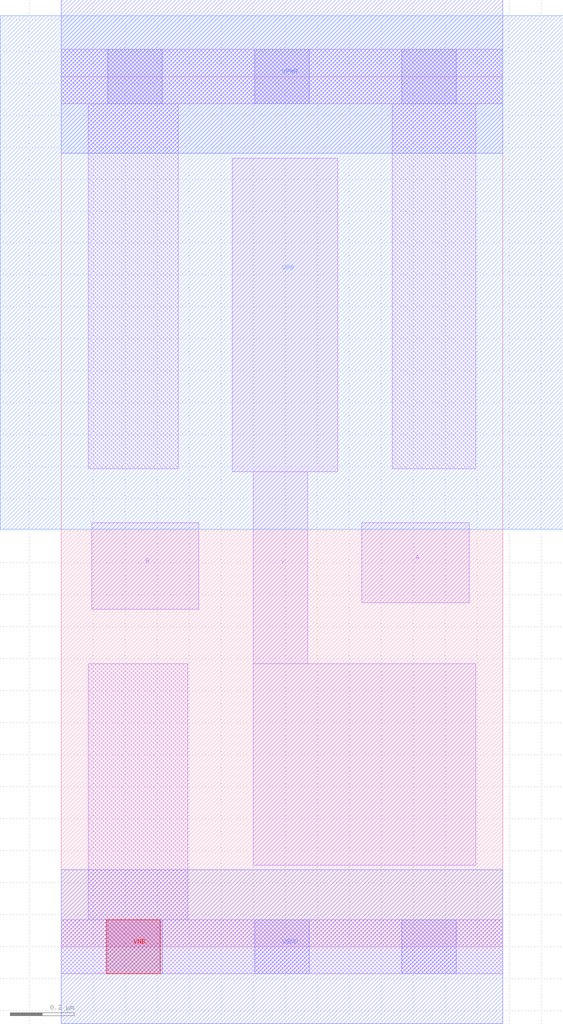
<source format=lef>
# Copyright 2020 The SkyWater PDK Authors
#
# Licensed under the Apache License, Version 2.0 (the "License");
# you may not use this file except in compliance with the License.
# You may obtain a copy of the License at
#
#     https://www.apache.org/licenses/LICENSE-2.0
#
# Unless required by applicable law or agreed to in writing, software
# distributed under the License is distributed on an "AS IS" BASIS,
# WITHOUT WARRANTIES OR CONDITIONS OF ANY KIND, either express or implied.
# See the License for the specific language governing permissions and
# limitations under the License.
#
# SPDX-License-Identifier: Apache-2.0

VERSION 5.7 ;
  NOWIREEXTENSIONATPIN ON ;
  DIVIDERCHAR "/" ;
  BUSBITCHARS "[]" ;
MACRO sky130_fd_sc_hd__nand2_1
  CLASS CORE ;
  FOREIGN sky130_fd_sc_hd__nand2_1 ;
  ORIGIN  0.000000  0.000000 ;
  SIZE  1.380000 BY  2.720000 ;
  SYMMETRY X Y R90 ;
  SITE unithd ;
  PIN A
    ANTENNAGATEAREA  0.247500 ;
    DIRECTION INPUT ;
    USE SIGNAL ;
    PORT
      LAYER li1 ;
        RECT 0.940000 1.075000 1.275000 1.325000 ;
    END
  END A
  PIN B
    ANTENNAGATEAREA  0.247500 ;
    DIRECTION INPUT ;
    USE SIGNAL ;
    PORT
      LAYER li1 ;
        RECT 0.095000 1.055000 0.430000 1.325000 ;
    END
  END B
  PIN VNB
    PORT
      LAYER pwell ;
        RECT 0.140000 -0.085000 0.310000 0.085000 ;
    END
  END VNB
  PIN VPB
    PORT
      LAYER nwell ;
        RECT -0.190000 1.305000 1.570000 2.910000 ;
    END
  END VPB
  PIN Y
    ANTENNADIFFAREA  0.439000 ;
    DIRECTION OUTPUT ;
    USE SIGNAL ;
    PORT
      LAYER li1 ;
        RECT 0.535000 1.485000 0.865000 2.465000 ;
        RECT 0.600000 0.255000 1.295000 0.885000 ;
        RECT 0.600000 0.885000 0.770000 1.485000 ;
    END
  END Y
  PIN VGND
    DIRECTION INOUT ;
    SHAPE ABUTMENT ;
    USE GROUND ;
    PORT
      LAYER met1 ;
        RECT 0.000000 -0.240000 1.380000 0.240000 ;
    END
  END VGND
  PIN VPWR
    DIRECTION INOUT ;
    SHAPE ABUTMENT ;
    USE POWER ;
    PORT
      LAYER met1 ;
        RECT 0.000000 2.480000 1.380000 2.960000 ;
    END
  END VPWR
  OBS
    LAYER li1 ;
      RECT 0.000000 -0.085000 1.380000 0.085000 ;
      RECT 0.000000  2.635000 1.380000 2.805000 ;
      RECT 0.085000  0.085000 0.395000 0.885000 ;
      RECT 0.085000  1.495000 0.365000 2.635000 ;
      RECT 1.035000  1.495000 1.295000 2.635000 ;
    LAYER mcon ;
      RECT 0.145000 -0.085000 0.315000 0.085000 ;
      RECT 0.145000  2.635000 0.315000 2.805000 ;
      RECT 0.605000 -0.085000 0.775000 0.085000 ;
      RECT 0.605000  2.635000 0.775000 2.805000 ;
      RECT 1.065000 -0.085000 1.235000 0.085000 ;
      RECT 1.065000  2.635000 1.235000 2.805000 ;
  END
END sky130_fd_sc_hd__nand2_1
END LIBRARY

</source>
